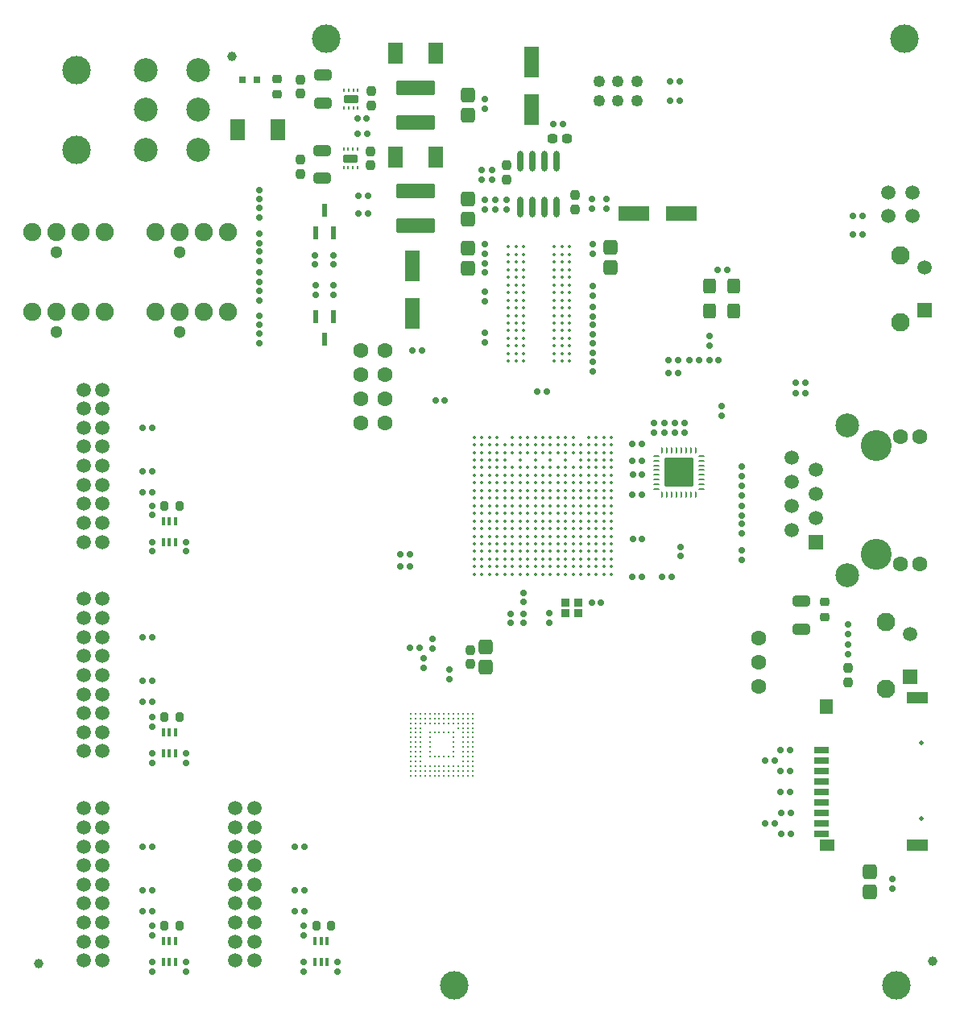
<source format=gbr>
G04*
G04 #@! TF.GenerationSoftware,Altium Limited,Altium Designer,24.2.2 (26)*
G04*
G04 Layer_Color=255*
%FSLAX44Y44*%
%MOMM*%
G71*
G04*
G04 #@! TF.SameCoordinates,D1F85D35-12B9-47B7-842E-F7ABDB1EEA32*
G04*
G04*
G04 #@! TF.FilePolarity,Positive*
G04*
G01*
G75*
%ADD20R,1.6000X3.2000*%
%ADD21R,3.2000X1.6000*%
G04:AMPARAMS|DCode=22|XSize=0.7mm|YSize=0.6mm|CornerRadius=0.15mm|HoleSize=0mm|Usage=FLASHONLY|Rotation=90.000|XOffset=0mm|YOffset=0mm|HoleType=Round|Shape=RoundedRectangle|*
%AMROUNDEDRECTD22*
21,1,0.7000,0.3000,0,0,90.0*
21,1,0.4000,0.6000,0,0,90.0*
1,1,0.3000,0.1500,0.2000*
1,1,0.3000,0.1500,-0.2000*
1,1,0.3000,-0.1500,-0.2000*
1,1,0.3000,-0.1500,0.2000*
%
%ADD22ROUNDEDRECTD22*%
%ADD23C,0.3556*%
G04:AMPARAMS|DCode=24|XSize=0.7mm|YSize=0.6mm|CornerRadius=0.15mm|HoleSize=0mm|Usage=FLASHONLY|Rotation=0.000|XOffset=0mm|YOffset=0mm|HoleType=Round|Shape=RoundedRectangle|*
%AMROUNDEDRECTD24*
21,1,0.7000,0.3000,0,0,0.0*
21,1,0.4000,0.6000,0,0,0.0*
1,1,0.3000,0.2000,-0.1500*
1,1,0.3000,-0.2000,-0.1500*
1,1,0.3000,-0.2000,0.1500*
1,1,0.3000,0.2000,0.1500*
%
%ADD24ROUNDEDRECTD24*%
G04:AMPARAMS|DCode=25|XSize=0.4mm|YSize=0.9mm|CornerRadius=0.1mm|HoleSize=0mm|Usage=FLASHONLY|Rotation=0.000|XOffset=0mm|YOffset=0mm|HoleType=Round|Shape=RoundedRectangle|*
%AMROUNDEDRECTD25*
21,1,0.4000,0.7000,0,0,0.0*
21,1,0.2000,0.9000,0,0,0.0*
1,1,0.2000,0.1000,-0.3500*
1,1,0.2000,-0.1000,-0.3500*
1,1,0.2000,-0.1000,0.3500*
1,1,0.2000,0.1000,0.3500*
%
%ADD25ROUNDEDRECTD25*%
%ADD26C,0.3500*%
G04:AMPARAMS|DCode=27|XSize=0.95mm|YSize=0.85mm|CornerRadius=0.2125mm|HoleSize=0mm|Usage=FLASHONLY|Rotation=90.000|XOffset=0mm|YOffset=0mm|HoleType=Round|Shape=RoundedRectangle|*
%AMROUNDEDRECTD27*
21,1,0.9500,0.4250,0,0,90.0*
21,1,0.5250,0.8500,0,0,90.0*
1,1,0.4250,0.2125,0.2625*
1,1,0.4250,0.2125,-0.2625*
1,1,0.4250,-0.2125,-0.2625*
1,1,0.4250,-0.2125,0.2625*
%
%ADD27ROUNDEDRECTD27*%
G04:AMPARAMS|DCode=28|XSize=0.95mm|YSize=1mm|CornerRadius=0.2375mm|HoleSize=0mm|Usage=FLASHONLY|Rotation=90.000|XOffset=0mm|YOffset=0mm|HoleType=Round|Shape=RoundedRectangle|*
%AMROUNDEDRECTD28*
21,1,0.9500,0.5250,0,0,90.0*
21,1,0.4750,1.0000,0,0,90.0*
1,1,0.4750,0.2625,0.2375*
1,1,0.4750,0.2625,-0.2375*
1,1,0.4750,-0.2625,-0.2375*
1,1,0.4750,-0.2625,0.2375*
%
%ADD28ROUNDEDRECTD28*%
%ADD29O,0.6000X2.2000*%
G04:AMPARAMS|DCode=30|XSize=0.95mm|YSize=1mm|CornerRadius=0.2375mm|HoleSize=0mm|Usage=FLASHONLY|Rotation=180.000|XOffset=0mm|YOffset=0mm|HoleType=Round|Shape=RoundedRectangle|*
%AMROUNDEDRECTD30*
21,1,0.9500,0.5250,0,0,180.0*
21,1,0.4750,1.0000,0,0,180.0*
1,1,0.4750,-0.2375,0.2625*
1,1,0.4750,0.2375,0.2625*
1,1,0.4750,0.2375,-0.2625*
1,1,0.4750,-0.2375,-0.2625*
%
%ADD30ROUNDEDRECTD30*%
G04:AMPARAMS|DCode=31|XSize=1.5mm|YSize=1.6mm|CornerRadius=0.375mm|HoleSize=0mm|Usage=FLASHONLY|Rotation=180.000|XOffset=0mm|YOffset=0mm|HoleType=Round|Shape=RoundedRectangle|*
%AMROUNDEDRECTD31*
21,1,1.5000,0.8500,0,0,180.0*
21,1,0.7500,1.6000,0,0,180.0*
1,1,0.7500,-0.3750,0.4250*
1,1,0.7500,0.3750,0.4250*
1,1,0.7500,0.3750,-0.4250*
1,1,0.7500,-0.3750,-0.4250*
%
%ADD31ROUNDEDRECTD31*%
G04:AMPARAMS|DCode=32|XSize=1.5mm|YSize=0.9mm|CornerRadius=0.1125mm|HoleSize=0mm|Usage=FLASHONLY|Rotation=180.000|XOffset=0mm|YOffset=0mm|HoleType=Round|Shape=RoundedRectangle|*
%AMROUNDEDRECTD32*
21,1,1.5000,0.6750,0,0,180.0*
21,1,1.2750,0.9000,0,0,180.0*
1,1,0.2250,-0.6375,0.3375*
1,1,0.2250,0.6375,0.3375*
1,1,0.2250,0.6375,-0.3375*
1,1,0.2250,-0.6375,-0.3375*
%
%ADD32ROUNDEDRECTD32*%
G04:AMPARAMS|DCode=33|XSize=0.25mm|YSize=0.4mm|CornerRadius=0.0625mm|HoleSize=0mm|Usage=FLASHONLY|Rotation=180.000|XOffset=0mm|YOffset=0mm|HoleType=Round|Shape=RoundedRectangle|*
%AMROUNDEDRECTD33*
21,1,0.2500,0.2750,0,0,180.0*
21,1,0.1250,0.4000,0,0,180.0*
1,1,0.1250,-0.0625,0.1375*
1,1,0.1250,0.0625,0.1375*
1,1,0.1250,0.0625,-0.1375*
1,1,0.1250,-0.0625,-0.1375*
%
%ADD33ROUNDEDRECTD33*%
G04:AMPARAMS|DCode=34|XSize=1.15mm|YSize=1.8mm|CornerRadius=0.2875mm|HoleSize=0mm|Usage=FLASHONLY|Rotation=90.000|XOffset=0mm|YOffset=0mm|HoleType=Round|Shape=RoundedRectangle|*
%AMROUNDEDRECTD34*
21,1,1.1500,1.2250,0,0,90.0*
21,1,0.5750,1.8000,0,0,90.0*
1,1,0.5750,0.6125,0.2875*
1,1,0.5750,0.6125,-0.2875*
1,1,0.5750,-0.6125,-0.2875*
1,1,0.5750,-0.6125,0.2875*
%
%ADD34ROUNDEDRECTD34*%
G04:AMPARAMS|DCode=35|XSize=0.95mm|YSize=0.85mm|CornerRadius=0.2125mm|HoleSize=0mm|Usage=FLASHONLY|Rotation=180.000|XOffset=0mm|YOffset=0mm|HoleType=Round|Shape=RoundedRectangle|*
%AMROUNDEDRECTD35*
21,1,0.9500,0.4250,0,0,180.0*
21,1,0.5250,0.8500,0,0,180.0*
1,1,0.4250,-0.2625,0.2125*
1,1,0.4250,0.2625,0.2125*
1,1,0.4250,0.2625,-0.2125*
1,1,0.4250,-0.2625,-0.2125*
%
%ADD35ROUNDEDRECTD35*%
G04:AMPARAMS|DCode=36|XSize=1.5mm|YSize=4mm|CornerRadius=0.075mm|HoleSize=0mm|Usage=FLASHONLY|Rotation=270.000|XOffset=0mm|YOffset=0mm|HoleType=Round|Shape=RoundedRectangle|*
%AMROUNDEDRECTD36*
21,1,1.5000,3.8500,0,0,270.0*
21,1,1.3500,4.0000,0,0,270.0*
1,1,0.1500,-1.9250,-0.6750*
1,1,0.1500,-1.9250,0.6750*
1,1,0.1500,1.9250,0.6750*
1,1,0.1500,1.9250,-0.6750*
%
%ADD36ROUNDEDRECTD36*%
%ADD37R,0.6000X1.3500*%
%ADD38R,1.6200X2.1800*%
%ADD39R,0.8000X0.8000*%
G04:AMPARAMS|DCode=40|XSize=1.4mm|YSize=1.6mm|CornerRadius=0.35mm|HoleSize=0mm|Usage=FLASHONLY|Rotation=180.000|XOffset=0mm|YOffset=0mm|HoleType=Round|Shape=RoundedRectangle|*
%AMROUNDEDRECTD40*
21,1,1.4000,0.9000,0,0,180.0*
21,1,0.7000,1.6000,0,0,180.0*
1,1,0.7000,-0.3500,0.4500*
1,1,0.7000,0.3500,0.4500*
1,1,0.7000,0.3500,-0.4500*
1,1,0.7000,-0.3500,-0.4500*
%
%ADD40ROUNDEDRECTD40*%
G04:AMPARAMS|DCode=41|XSize=0.24mm|YSize=0.7mm|CornerRadius=0.06mm|HoleSize=0mm|Usage=FLASHONLY|Rotation=0.000|XOffset=0mm|YOffset=0mm|HoleType=Round|Shape=RoundedRectangle|*
%AMROUNDEDRECTD41*
21,1,0.2400,0.5800,0,0,0.0*
21,1,0.1200,0.7000,0,0,0.0*
1,1,0.1200,0.0600,-0.2900*
1,1,0.1200,-0.0600,-0.2900*
1,1,0.1200,-0.0600,0.2900*
1,1,0.1200,0.0600,0.2900*
%
%ADD41ROUNDEDRECTD41*%
G04:AMPARAMS|DCode=42|XSize=0.24mm|YSize=0.7mm|CornerRadius=0.06mm|HoleSize=0mm|Usage=FLASHONLY|Rotation=90.000|XOffset=0mm|YOffset=0mm|HoleType=Round|Shape=RoundedRectangle|*
%AMROUNDEDRECTD42*
21,1,0.2400,0.5800,0,0,90.0*
21,1,0.1200,0.7000,0,0,90.0*
1,1,0.1200,0.2900,0.0600*
1,1,0.1200,0.2900,-0.0600*
1,1,0.1200,-0.2900,-0.0600*
1,1,0.1200,-0.2900,0.0600*
%
%ADD42ROUNDEDRECTD42*%
G04:AMPARAMS|DCode=43|XSize=3.1mm|YSize=3.1mm|CornerRadius=0.155mm|HoleSize=0mm|Usage=FLASHONLY|Rotation=270.000|XOffset=0mm|YOffset=0mm|HoleType=Round|Shape=RoundedRectangle|*
%AMROUNDEDRECTD43*
21,1,3.1000,2.7900,0,0,270.0*
21,1,2.7900,3.1000,0,0,270.0*
1,1,0.3100,-1.3950,-1.3950*
1,1,0.3100,-1.3950,1.3950*
1,1,0.3100,1.3950,1.3950*
1,1,0.3100,1.3950,-1.3950*
%
%ADD43ROUNDEDRECTD43*%
%ADD44R,1.4000X1.6000*%
%ADD45R,2.2000X1.2000*%
%ADD46R,1.6000X1.2000*%
%ADD47R,1.6000X0.7000*%
G04:AMPARAMS|DCode=48|XSize=0.9mm|YSize=0.8mm|CornerRadius=0.04mm|HoleSize=0mm|Usage=FLASHONLY|Rotation=0.000|XOffset=0mm|YOffset=0mm|HoleType=Round|Shape=RoundedRectangle|*
%AMROUNDEDRECTD48*
21,1,0.9000,0.7200,0,0,0.0*
21,1,0.8200,0.8000,0,0,0.0*
1,1,0.0800,0.4100,-0.3600*
1,1,0.0800,-0.4100,-0.3600*
1,1,0.0800,-0.4100,0.3600*
1,1,0.0800,0.4100,0.3600*
%
%ADD48ROUNDEDRECTD48*%
%ADD49C,0.2900*%
%ADD94C,1.0000*%
%ADD104C,1.9000*%
%ADD105C,1.3000*%
%ADD106C,3.0000*%
%ADD107C,1.2500*%
%ADD108C,1.9500*%
%ADD109C,1.5080*%
%ADD110R,1.5080X1.5080*%
%ADD111C,1.5000*%
%ADD112C,1.6000*%
%ADD113C,0.5000*%
%ADD114R,1.5000X1.5000*%
%ADD115C,2.5000*%
%ADD116C,3.2500*%
D20*
X548000Y1020000D02*
D03*
Y970000D02*
D03*
X423000Y756000D02*
D03*
Y806000D02*
D03*
D21*
X706000Y861000D02*
D03*
X656000D02*
D03*
D22*
X811000Y209000D02*
D03*
X821000D02*
D03*
X457000Y665000D02*
D03*
X581270Y954730D02*
D03*
X571270D02*
D03*
X375000Y961000D02*
D03*
X365000D02*
D03*
X375126Y945297D02*
D03*
X365126D02*
D03*
X366000Y880000D02*
D03*
X376000D02*
D03*
X886000Y838760D02*
D03*
X896000D02*
D03*
X886000Y858184D02*
D03*
X896000D02*
D03*
X734920Y707000D02*
D03*
X744920D02*
D03*
X714000Y707000D02*
D03*
X724000D02*
D03*
X702000D02*
D03*
X692000D02*
D03*
X702000Y693409D02*
D03*
X692000D02*
D03*
X654000Y619000D02*
D03*
X664000D02*
D03*
X654183Y601518D02*
D03*
X664183D02*
D03*
X664466Y586459D02*
D03*
X654466D02*
D03*
X654183Y566002D02*
D03*
X664183D02*
D03*
X695500Y479000D02*
D03*
X685500D02*
D03*
X826000Y672000D02*
D03*
X836000D02*
D03*
X826000Y683000D02*
D03*
X836000D02*
D03*
X621359Y451928D02*
D03*
X611359D02*
D03*
X423000Y717100D02*
D03*
X433000D02*
D03*
X420146Y404461D02*
D03*
X430146D02*
D03*
X554000Y674000D02*
D03*
X564000D02*
D03*
X447000Y665000D02*
D03*
X654000Y479000D02*
D03*
X664000D02*
D03*
X654466Y519000D02*
D03*
X664466D02*
D03*
X410000Y503000D02*
D03*
X420000D02*
D03*
X410000Y490000D02*
D03*
X420000D02*
D03*
X693908Y980037D02*
D03*
X703908D02*
D03*
X693908Y999882D02*
D03*
X703908D02*
D03*
X810000Y297000D02*
D03*
X820000D02*
D03*
X794000Y286000D02*
D03*
X804000D02*
D03*
X810000Y275000D02*
D03*
X820000D02*
D03*
X810000Y253000D02*
D03*
X820000D02*
D03*
X811000Y231000D02*
D03*
X821000D02*
D03*
X794000Y220000D02*
D03*
X804000D02*
D03*
X743700Y802000D02*
D03*
X753700D02*
D03*
X376000Y861000D02*
D03*
X366000D02*
D03*
X139000Y590000D02*
D03*
X149000D02*
D03*
X299000Y149993D02*
D03*
X309000D02*
D03*
X299000Y127993D02*
D03*
X309000D02*
D03*
Y195993D02*
D03*
X299000D02*
D03*
X139000Y568000D02*
D03*
X149000D02*
D03*
Y636000D02*
D03*
X139000D02*
D03*
Y149993D02*
D03*
X149000D02*
D03*
X139000Y127993D02*
D03*
X149000D02*
D03*
Y195993D02*
D03*
X139000D02*
D03*
Y370000D02*
D03*
X149000D02*
D03*
Y416000D02*
D03*
X139000D02*
D03*
Y348000D02*
D03*
X149000D02*
D03*
D23*
X616000Y482000D02*
D03*
X520000D02*
D03*
X528000D02*
D03*
X536000D02*
D03*
X552000Y610000D02*
D03*
X536000Y602000D02*
D03*
X568000Y618000D02*
D03*
X544000Y626000D02*
D03*
X616000Y618000D02*
D03*
X504000D02*
D03*
X632000Y610000D02*
D03*
X624000Y618000D02*
D03*
X608000D02*
D03*
X632000D02*
D03*
X624000Y626000D02*
D03*
X600000Y618000D02*
D03*
X608000Y610000D02*
D03*
X592000Y618000D02*
D03*
X496000D02*
D03*
X512000Y626000D02*
D03*
Y610000D02*
D03*
X520000Y618000D02*
D03*
X496000Y610000D02*
D03*
X512000Y618000D02*
D03*
X488000D02*
D03*
Y610000D02*
D03*
X552000Y618000D02*
D03*
X592000Y626000D02*
D03*
X560000Y610000D02*
D03*
X552000Y602000D02*
D03*
X584000Y610000D02*
D03*
X536000Y626000D02*
D03*
X528000Y610000D02*
D03*
X568000D02*
D03*
X576000Y618000D02*
D03*
Y626000D02*
D03*
X536000Y610000D02*
D03*
X600000D02*
D03*
X520000D02*
D03*
X584000Y602000D02*
D03*
X544000Y610000D02*
D03*
X592000D02*
D03*
X528000Y626000D02*
D03*
X536000Y618000D02*
D03*
X576000Y610000D02*
D03*
X544000Y618000D02*
D03*
X488000Y482000D02*
D03*
Y490000D02*
D03*
Y498000D02*
D03*
Y506000D02*
D03*
Y514000D02*
D03*
Y522000D02*
D03*
Y530000D02*
D03*
Y538000D02*
D03*
Y546000D02*
D03*
Y554000D02*
D03*
Y562000D02*
D03*
Y570000D02*
D03*
Y578000D02*
D03*
Y586000D02*
D03*
Y594000D02*
D03*
Y602000D02*
D03*
Y626000D02*
D03*
X496000Y482000D02*
D03*
Y490000D02*
D03*
Y498000D02*
D03*
Y506000D02*
D03*
Y514000D02*
D03*
Y522000D02*
D03*
Y530000D02*
D03*
Y538000D02*
D03*
Y546000D02*
D03*
Y554000D02*
D03*
Y562000D02*
D03*
Y570000D02*
D03*
Y578000D02*
D03*
Y586000D02*
D03*
Y594000D02*
D03*
Y602000D02*
D03*
Y626000D02*
D03*
X504000Y482000D02*
D03*
Y490000D02*
D03*
Y498000D02*
D03*
Y506000D02*
D03*
Y514000D02*
D03*
Y522000D02*
D03*
Y530000D02*
D03*
Y538000D02*
D03*
Y546000D02*
D03*
Y554000D02*
D03*
Y562000D02*
D03*
Y570000D02*
D03*
Y578000D02*
D03*
Y586000D02*
D03*
Y594000D02*
D03*
Y602000D02*
D03*
Y610000D02*
D03*
Y626000D02*
D03*
X512000Y482000D02*
D03*
Y490000D02*
D03*
Y498000D02*
D03*
Y506000D02*
D03*
Y514000D02*
D03*
Y522000D02*
D03*
Y530000D02*
D03*
Y538000D02*
D03*
Y546000D02*
D03*
Y554000D02*
D03*
Y562000D02*
D03*
Y570000D02*
D03*
Y578000D02*
D03*
Y586000D02*
D03*
Y594000D02*
D03*
Y602000D02*
D03*
X520000Y490000D02*
D03*
Y498000D02*
D03*
Y506000D02*
D03*
Y514000D02*
D03*
Y522000D02*
D03*
Y530000D02*
D03*
Y538000D02*
D03*
Y546000D02*
D03*
Y554000D02*
D03*
Y562000D02*
D03*
Y570000D02*
D03*
Y578000D02*
D03*
Y586000D02*
D03*
Y594000D02*
D03*
Y602000D02*
D03*
X528000Y490000D02*
D03*
Y498000D02*
D03*
Y506000D02*
D03*
Y514000D02*
D03*
Y522000D02*
D03*
Y530000D02*
D03*
Y538000D02*
D03*
Y546000D02*
D03*
Y554000D02*
D03*
Y562000D02*
D03*
Y570000D02*
D03*
Y578000D02*
D03*
Y586000D02*
D03*
Y594000D02*
D03*
Y618000D02*
D03*
X536000Y490000D02*
D03*
Y498000D02*
D03*
Y506000D02*
D03*
Y514000D02*
D03*
Y522000D02*
D03*
Y530000D02*
D03*
Y538000D02*
D03*
Y546000D02*
D03*
Y554000D02*
D03*
Y562000D02*
D03*
Y570000D02*
D03*
Y578000D02*
D03*
Y586000D02*
D03*
Y594000D02*
D03*
X544000Y482000D02*
D03*
Y490000D02*
D03*
Y498000D02*
D03*
Y506000D02*
D03*
Y514000D02*
D03*
Y522000D02*
D03*
Y530000D02*
D03*
Y538000D02*
D03*
Y546000D02*
D03*
Y554000D02*
D03*
Y562000D02*
D03*
Y570000D02*
D03*
Y578000D02*
D03*
Y586000D02*
D03*
Y594000D02*
D03*
X552000Y482000D02*
D03*
Y490000D02*
D03*
Y498000D02*
D03*
Y506000D02*
D03*
Y514000D02*
D03*
Y522000D02*
D03*
Y530000D02*
D03*
Y538000D02*
D03*
Y546000D02*
D03*
Y554000D02*
D03*
Y562000D02*
D03*
Y570000D02*
D03*
Y578000D02*
D03*
Y586000D02*
D03*
Y594000D02*
D03*
Y626000D02*
D03*
X560000Y482000D02*
D03*
Y490000D02*
D03*
Y498000D02*
D03*
Y506000D02*
D03*
Y514000D02*
D03*
Y522000D02*
D03*
Y530000D02*
D03*
Y538000D02*
D03*
Y546000D02*
D03*
Y554000D02*
D03*
Y562000D02*
D03*
Y570000D02*
D03*
Y578000D02*
D03*
Y586000D02*
D03*
Y594000D02*
D03*
Y618000D02*
D03*
Y626000D02*
D03*
X568000Y482000D02*
D03*
Y490000D02*
D03*
Y498000D02*
D03*
Y506000D02*
D03*
Y514000D02*
D03*
Y522000D02*
D03*
Y530000D02*
D03*
Y538000D02*
D03*
Y546000D02*
D03*
Y554000D02*
D03*
Y562000D02*
D03*
Y570000D02*
D03*
Y578000D02*
D03*
Y586000D02*
D03*
Y594000D02*
D03*
Y602000D02*
D03*
Y626000D02*
D03*
X576000Y482000D02*
D03*
Y490000D02*
D03*
Y498000D02*
D03*
Y506000D02*
D03*
Y514000D02*
D03*
Y522000D02*
D03*
Y530000D02*
D03*
Y538000D02*
D03*
Y546000D02*
D03*
Y554000D02*
D03*
Y562000D02*
D03*
Y570000D02*
D03*
Y578000D02*
D03*
Y586000D02*
D03*
Y594000D02*
D03*
X584000Y482000D02*
D03*
Y490000D02*
D03*
Y498000D02*
D03*
Y506000D02*
D03*
Y514000D02*
D03*
Y522000D02*
D03*
Y530000D02*
D03*
Y538000D02*
D03*
Y546000D02*
D03*
Y554000D02*
D03*
Y562000D02*
D03*
Y570000D02*
D03*
Y578000D02*
D03*
Y586000D02*
D03*
Y594000D02*
D03*
Y618000D02*
D03*
Y626000D02*
D03*
X592000Y482000D02*
D03*
Y490000D02*
D03*
Y498000D02*
D03*
Y506000D02*
D03*
Y514000D02*
D03*
Y522000D02*
D03*
Y530000D02*
D03*
Y538000D02*
D03*
Y546000D02*
D03*
Y554000D02*
D03*
Y562000D02*
D03*
Y570000D02*
D03*
Y578000D02*
D03*
Y586000D02*
D03*
Y594000D02*
D03*
X600000Y482000D02*
D03*
Y490000D02*
D03*
Y498000D02*
D03*
Y506000D02*
D03*
Y514000D02*
D03*
Y522000D02*
D03*
Y530000D02*
D03*
Y538000D02*
D03*
Y546000D02*
D03*
Y554000D02*
D03*
Y562000D02*
D03*
Y570000D02*
D03*
Y578000D02*
D03*
Y586000D02*
D03*
Y594000D02*
D03*
Y602000D02*
D03*
X608000Y482000D02*
D03*
Y490000D02*
D03*
Y498000D02*
D03*
Y506000D02*
D03*
Y514000D02*
D03*
Y522000D02*
D03*
Y530000D02*
D03*
Y538000D02*
D03*
Y546000D02*
D03*
Y554000D02*
D03*
Y562000D02*
D03*
Y570000D02*
D03*
Y578000D02*
D03*
Y586000D02*
D03*
Y594000D02*
D03*
Y602000D02*
D03*
Y626000D02*
D03*
X616000Y490000D02*
D03*
Y498000D02*
D03*
Y506000D02*
D03*
Y514000D02*
D03*
Y522000D02*
D03*
Y530000D02*
D03*
Y538000D02*
D03*
Y546000D02*
D03*
Y554000D02*
D03*
Y562000D02*
D03*
Y570000D02*
D03*
Y578000D02*
D03*
Y586000D02*
D03*
Y594000D02*
D03*
Y602000D02*
D03*
Y610000D02*
D03*
Y626000D02*
D03*
X624000Y482000D02*
D03*
Y490000D02*
D03*
Y498000D02*
D03*
Y506000D02*
D03*
Y514000D02*
D03*
Y522000D02*
D03*
Y530000D02*
D03*
Y538000D02*
D03*
Y546000D02*
D03*
Y554000D02*
D03*
Y562000D02*
D03*
Y570000D02*
D03*
Y578000D02*
D03*
Y586000D02*
D03*
Y594000D02*
D03*
Y602000D02*
D03*
Y610000D02*
D03*
X632000Y482000D02*
D03*
Y490000D02*
D03*
Y498000D02*
D03*
Y506000D02*
D03*
Y514000D02*
D03*
Y522000D02*
D03*
Y530000D02*
D03*
Y538000D02*
D03*
Y546000D02*
D03*
Y554000D02*
D03*
Y562000D02*
D03*
Y570000D02*
D03*
Y578000D02*
D03*
Y586000D02*
D03*
Y594000D02*
D03*
Y602000D02*
D03*
Y626000D02*
D03*
D24*
X344500Y74426D02*
D03*
X185000Y516091D02*
D03*
X185000Y294000D02*
D03*
X185000Y74426D02*
D03*
X149000Y506091D02*
D03*
Y516091D02*
D03*
Y544091D02*
D03*
Y554091D02*
D03*
X185000Y506091D02*
D03*
X308500Y64426D02*
D03*
Y74426D02*
D03*
Y102426D02*
D03*
Y112426D02*
D03*
X344500Y64426D02*
D03*
X149000Y284000D02*
D03*
Y294000D02*
D03*
Y322000D02*
D03*
Y332000D02*
D03*
X185000Y284000D02*
D03*
X149000Y102426D02*
D03*
Y112426D02*
D03*
X185000Y64426D02*
D03*
X149000D02*
D03*
Y74426D02*
D03*
X611976Y876197D02*
D03*
Y866197D02*
D03*
X510278Y865489D02*
D03*
Y875489D02*
D03*
X612763Y828834D02*
D03*
Y818834D02*
D03*
X612911Y775049D02*
D03*
Y785049D02*
D03*
X612752Y744260D02*
D03*
Y734260D02*
D03*
X499000Y981000D02*
D03*
Y971000D02*
D03*
Y875489D02*
D03*
Y865489D02*
D03*
X340000Y817430D02*
D03*
Y807430D02*
D03*
X320500Y807430D02*
D03*
Y817430D02*
D03*
X340000Y776000D02*
D03*
Y786000D02*
D03*
X321000Y786000D02*
D03*
Y776000D02*
D03*
X262000Y876000D02*
D03*
Y886000D02*
D03*
Y857000D02*
D03*
Y867000D02*
D03*
Y840000D02*
D03*
Y830000D02*
D03*
Y821000D02*
D03*
Y811000D02*
D03*
Y789000D02*
D03*
Y799000D02*
D03*
Y770000D02*
D03*
Y780000D02*
D03*
Y754000D02*
D03*
Y744000D02*
D03*
Y735000D02*
D03*
Y725000D02*
D03*
X881000Y408000D02*
D03*
Y398000D02*
D03*
Y419000D02*
D03*
Y429000D02*
D03*
X735000Y732000D02*
D03*
Y722000D02*
D03*
X748000Y649000D02*
D03*
Y659000D02*
D03*
X927060Y162000D02*
D03*
Y152000D02*
D03*
X462000Y372000D02*
D03*
Y382000D02*
D03*
X444000Y414000D02*
D03*
Y404000D02*
D03*
X435000Y394000D02*
D03*
Y384000D02*
D03*
X499000Y799000D02*
D03*
Y809000D02*
D03*
X612847Y753052D02*
D03*
Y763052D02*
D03*
X499000Y769000D02*
D03*
Y779000D02*
D03*
X612686Y724866D02*
D03*
Y714866D02*
D03*
X499000Y726000D02*
D03*
Y736000D02*
D03*
X612771Y705051D02*
D03*
Y695051D02*
D03*
X499091Y828867D02*
D03*
Y818867D02*
D03*
X526000Y430639D02*
D03*
Y440639D02*
D03*
X769000Y497000D02*
D03*
Y507000D02*
D03*
X709000Y641000D02*
D03*
Y631000D02*
D03*
X699000Y641000D02*
D03*
Y631000D02*
D03*
X688000D02*
D03*
Y641000D02*
D03*
X677000Y631000D02*
D03*
Y641000D02*
D03*
X705000Y501000D02*
D03*
Y511000D02*
D03*
X769000Y595000D02*
D03*
Y585000D02*
D03*
Y565000D02*
D03*
Y575000D02*
D03*
Y554000D02*
D03*
Y544000D02*
D03*
Y525000D02*
D03*
Y535000D02*
D03*
X540000Y452721D02*
D03*
Y462721D02*
D03*
Y430639D02*
D03*
Y440639D02*
D03*
X567124Y431000D02*
D03*
Y441000D02*
D03*
X495560Y906442D02*
D03*
Y896442D02*
D03*
X521689Y875489D02*
D03*
Y865489D02*
D03*
X506855Y906442D02*
D03*
Y896442D02*
D03*
X627000Y876197D02*
D03*
Y866197D02*
D03*
D25*
X333500Y74426D02*
D03*
X174000Y516091D02*
D03*
X174000Y294000D02*
D03*
X174000Y74426D02*
D03*
X327000Y96426D02*
D03*
X167500Y538091D02*
D03*
X167500Y316000D02*
D03*
X167500Y96426D02*
D03*
X161000Y538091D02*
D03*
X174000D02*
D03*
X167500Y516091D02*
D03*
X161000D02*
D03*
X320500Y96426D02*
D03*
X333500D02*
D03*
X327000Y74426D02*
D03*
X320500D02*
D03*
X161000Y316000D02*
D03*
X174000D02*
D03*
X167500Y294000D02*
D03*
X161000D02*
D03*
X161000Y96426D02*
D03*
X174000D02*
D03*
X167500Y74426D02*
D03*
X161000D02*
D03*
D26*
X540000Y746000D02*
D03*
X532000Y706000D02*
D03*
X540000Y762000D02*
D03*
X524000Y754000D02*
D03*
X540000Y802000D02*
D03*
X572000Y794000D02*
D03*
X540000Y826000D02*
D03*
X580000Y818000D02*
D03*
X532000Y826000D02*
D03*
X572000D02*
D03*
X532000Y810000D02*
D03*
X580000D02*
D03*
X540000D02*
D03*
X572000Y802000D02*
D03*
Y770000D02*
D03*
X532000Y778000D02*
D03*
X580000Y770000D02*
D03*
X540000D02*
D03*
X580000Y786000D02*
D03*
X532000D02*
D03*
X572000D02*
D03*
X540000Y794000D02*
D03*
X532000Y746000D02*
D03*
X588000Y754000D02*
D03*
X540000D02*
D03*
Y738000D02*
D03*
X580000Y730000D02*
D03*
X532000Y738000D02*
D03*
X540000Y706000D02*
D03*
X572000Y730000D02*
D03*
Y714000D02*
D03*
Y746000D02*
D03*
X540000Y714000D02*
D03*
X580000Y706000D02*
D03*
X532000Y714000D02*
D03*
X580000D02*
D03*
X532000Y722000D02*
D03*
X580000D02*
D03*
X532000Y730000D02*
D03*
X540000Y722000D02*
D03*
X572000D02*
D03*
X540000Y730000D02*
D03*
X524000Y826000D02*
D03*
X580000D02*
D03*
X588000D02*
D03*
X524000Y818000D02*
D03*
X532000D02*
D03*
X540000D02*
D03*
X572000D02*
D03*
X588000D02*
D03*
X524000Y810000D02*
D03*
X572000D02*
D03*
X588000D02*
D03*
X524000Y802000D02*
D03*
X532000D02*
D03*
X580000D02*
D03*
X588000D02*
D03*
X524000Y794000D02*
D03*
X532000D02*
D03*
X580000D02*
D03*
X588000D02*
D03*
X524000Y786000D02*
D03*
X540000D02*
D03*
X588000D02*
D03*
X524000Y778000D02*
D03*
X540000D02*
D03*
X572000D02*
D03*
X580000D02*
D03*
X588000D02*
D03*
X524000Y770000D02*
D03*
X532000D02*
D03*
X588000D02*
D03*
X524000Y762000D02*
D03*
X532000D02*
D03*
X572000D02*
D03*
X580000D02*
D03*
X588000D02*
D03*
X532000Y754000D02*
D03*
X572000D02*
D03*
X580000D02*
D03*
X524000Y746000D02*
D03*
X580000D02*
D03*
X588000D02*
D03*
X524000Y738000D02*
D03*
X572000D02*
D03*
X580000D02*
D03*
X588000D02*
D03*
X524000Y730000D02*
D03*
X588000D02*
D03*
X524000Y722000D02*
D03*
X588000D02*
D03*
X524000Y714000D02*
D03*
X588000D02*
D03*
X524000Y706000D02*
D03*
X572000D02*
D03*
X588000D02*
D03*
D27*
X337250Y112426D02*
D03*
X177750Y554091D02*
D03*
X177750Y332000D02*
D03*
X177750Y112426D02*
D03*
X162250Y554091D02*
D03*
X321750Y112426D02*
D03*
X162250Y332000D02*
D03*
X162250Y112426D02*
D03*
D28*
X570270Y939730D02*
D03*
X585270D02*
D03*
D29*
X536450Y868000D02*
D03*
X549150D02*
D03*
X561850D02*
D03*
X574550D02*
D03*
X536450Y916000D02*
D03*
X549150D02*
D03*
X561850D02*
D03*
X574550D02*
D03*
D30*
X521560Y896500D02*
D03*
Y911500D02*
D03*
X594000Y880489D02*
D03*
Y865489D02*
D03*
X380000Y974500D02*
D03*
Y989500D02*
D03*
X305000Y1002000D02*
D03*
Y987000D02*
D03*
Y902500D02*
D03*
Y917500D02*
D03*
X881000Y368500D02*
D03*
Y383500D02*
D03*
X484000Y402500D02*
D03*
Y387500D02*
D03*
X379000Y911500D02*
D03*
Y926500D02*
D03*
D31*
X481000Y964500D02*
D03*
Y985500D02*
D03*
Y855500D02*
D03*
Y876500D02*
D03*
X904000Y148500D02*
D03*
Y169500D02*
D03*
X500000Y384500D02*
D03*
Y405500D02*
D03*
X631372Y825247D02*
D03*
Y804247D02*
D03*
X481000Y803500D02*
D03*
Y824500D02*
D03*
D32*
X358152Y981383D02*
D03*
X358000Y919000D02*
D03*
D33*
X365652Y990883D02*
D03*
Y971883D02*
D03*
X360652D02*
D03*
X355652D02*
D03*
X350652D02*
D03*
Y990883D02*
D03*
X355652D02*
D03*
X360652D02*
D03*
X365500Y928500D02*
D03*
Y909500D02*
D03*
X360500D02*
D03*
X355500D02*
D03*
X350500D02*
D03*
Y928500D02*
D03*
X355500D02*
D03*
X360500D02*
D03*
D34*
X329000Y977500D02*
D03*
Y1006500D02*
D03*
X328000Y927500D02*
D03*
Y898500D02*
D03*
X832000Y424500D02*
D03*
Y453500D02*
D03*
D35*
X280976Y1002250D02*
D03*
Y986750D02*
D03*
X856000Y452750D02*
D03*
Y437250D02*
D03*
D36*
X426000Y957000D02*
D03*
Y993000D02*
D03*
X425953Y884623D02*
D03*
Y848624D02*
D03*
D37*
X330500Y729000D02*
D03*
X321000Y753000D02*
D03*
X340000D02*
D03*
X330500Y864430D02*
D03*
X340000Y840430D02*
D03*
X321000D02*
D03*
D38*
X238900Y949000D02*
D03*
X281100D02*
D03*
X447125Y1029378D02*
D03*
X404925D02*
D03*
X447100Y920000D02*
D03*
X404900D02*
D03*
D39*
X259499Y1001999D02*
D03*
X244499D02*
D03*
D40*
X735000Y785000D02*
D03*
X760400Y759000D02*
D03*
X735000D02*
D03*
X760400Y785000D02*
D03*
D41*
X720500Y612500D02*
D03*
X690500Y565500D02*
D03*
Y612500D02*
D03*
X685500Y565500D02*
D03*
Y612500D02*
D03*
X715500Y565500D02*
D03*
X710500D02*
D03*
Y612500D02*
D03*
X720500Y565500D02*
D03*
X715500Y612500D02*
D03*
X700500D02*
D03*
X695500D02*
D03*
Y565500D02*
D03*
X705500D02*
D03*
Y612500D02*
D03*
X700500Y565500D02*
D03*
D42*
X679500Y571500D02*
D03*
Y576500D02*
D03*
Y581500D02*
D03*
Y586500D02*
D03*
Y601500D02*
D03*
Y596500D02*
D03*
Y591500D02*
D03*
Y606500D02*
D03*
X726500Y601500D02*
D03*
Y586500D02*
D03*
Y591500D02*
D03*
Y596500D02*
D03*
Y581500D02*
D03*
Y606500D02*
D03*
Y571500D02*
D03*
Y576500D02*
D03*
D43*
X703000Y589000D02*
D03*
D44*
X858000Y343000D02*
D03*
D45*
X954000Y352000D02*
D03*
Y197000D02*
D03*
D46*
X859000D02*
D03*
D47*
X853000Y209000D02*
D03*
Y220000D02*
D03*
Y231000D02*
D03*
Y242000D02*
D03*
Y253000D02*
D03*
Y264000D02*
D03*
Y275000D02*
D03*
Y286000D02*
D03*
Y297000D02*
D03*
D48*
X583359Y451861D02*
D03*
X597359D02*
D03*
Y440861D02*
D03*
X583359D02*
D03*
D49*
X421146Y270461D02*
D03*
Y275461D02*
D03*
Y280461D02*
D03*
Y285461D02*
D03*
Y290461D02*
D03*
Y295461D02*
D03*
Y300461D02*
D03*
Y305461D02*
D03*
Y310461D02*
D03*
Y315461D02*
D03*
Y320461D02*
D03*
Y325461D02*
D03*
Y330461D02*
D03*
Y335461D02*
D03*
X426146Y270461D02*
D03*
Y275461D02*
D03*
Y280461D02*
D03*
Y285461D02*
D03*
Y290461D02*
D03*
Y295461D02*
D03*
Y300461D02*
D03*
Y305461D02*
D03*
Y310461D02*
D03*
Y315461D02*
D03*
Y320461D02*
D03*
Y325461D02*
D03*
Y330461D02*
D03*
Y335461D02*
D03*
X431146Y270461D02*
D03*
Y275461D02*
D03*
Y280461D02*
D03*
Y285461D02*
D03*
Y290461D02*
D03*
Y295461D02*
D03*
Y300461D02*
D03*
Y305461D02*
D03*
Y310461D02*
D03*
Y315461D02*
D03*
Y320461D02*
D03*
Y325461D02*
D03*
Y330461D02*
D03*
Y335461D02*
D03*
X436146Y270461D02*
D03*
Y275461D02*
D03*
Y280461D02*
D03*
Y325461D02*
D03*
Y330461D02*
D03*
Y335461D02*
D03*
X441146Y270461D02*
D03*
Y275461D02*
D03*
Y280461D02*
D03*
Y290461D02*
D03*
Y295461D02*
D03*
Y300461D02*
D03*
Y305461D02*
D03*
Y310461D02*
D03*
Y315461D02*
D03*
Y325461D02*
D03*
Y330461D02*
D03*
Y335461D02*
D03*
X446146Y270461D02*
D03*
Y275461D02*
D03*
Y280461D02*
D03*
Y290461D02*
D03*
Y315461D02*
D03*
Y325461D02*
D03*
Y330461D02*
D03*
Y335461D02*
D03*
X451146Y270461D02*
D03*
Y275461D02*
D03*
Y280461D02*
D03*
Y290461D02*
D03*
Y315461D02*
D03*
Y325461D02*
D03*
Y330461D02*
D03*
Y335461D02*
D03*
X456146Y270461D02*
D03*
Y275461D02*
D03*
Y280461D02*
D03*
Y290461D02*
D03*
Y315461D02*
D03*
Y325461D02*
D03*
Y330461D02*
D03*
Y335461D02*
D03*
X461146Y270461D02*
D03*
Y275461D02*
D03*
Y280461D02*
D03*
Y290461D02*
D03*
Y315461D02*
D03*
Y325461D02*
D03*
Y330461D02*
D03*
Y335461D02*
D03*
X466146Y270461D02*
D03*
Y275461D02*
D03*
Y280461D02*
D03*
Y290461D02*
D03*
Y295461D02*
D03*
Y300461D02*
D03*
Y305461D02*
D03*
Y310461D02*
D03*
Y315461D02*
D03*
Y325461D02*
D03*
Y330461D02*
D03*
Y335461D02*
D03*
X471146Y270461D02*
D03*
Y275461D02*
D03*
Y280461D02*
D03*
Y320461D02*
D03*
Y325461D02*
D03*
Y330461D02*
D03*
Y335461D02*
D03*
X476146Y270461D02*
D03*
Y275461D02*
D03*
Y280461D02*
D03*
Y285461D02*
D03*
Y290461D02*
D03*
Y295461D02*
D03*
Y300461D02*
D03*
Y305461D02*
D03*
Y310461D02*
D03*
Y315461D02*
D03*
Y320461D02*
D03*
Y325461D02*
D03*
Y330461D02*
D03*
Y335461D02*
D03*
X481146Y270461D02*
D03*
Y275461D02*
D03*
Y280461D02*
D03*
Y285461D02*
D03*
Y290461D02*
D03*
Y295461D02*
D03*
Y300461D02*
D03*
Y305461D02*
D03*
Y310461D02*
D03*
Y315461D02*
D03*
Y320461D02*
D03*
Y325461D02*
D03*
Y330461D02*
D03*
Y335461D02*
D03*
X486146Y270461D02*
D03*
Y275461D02*
D03*
Y280461D02*
D03*
Y285461D02*
D03*
Y290461D02*
D03*
Y295461D02*
D03*
Y300461D02*
D03*
Y305461D02*
D03*
Y310461D02*
D03*
Y315461D02*
D03*
Y320461D02*
D03*
Y325461D02*
D03*
Y330461D02*
D03*
Y335461D02*
D03*
D94*
X233000Y1026000D02*
D03*
X970000Y75000D02*
D03*
X30000Y73000D02*
D03*
D104*
X22900Y842000D02*
D03*
X48300D02*
D03*
X73700D02*
D03*
X99100D02*
D03*
X22900Y758000D02*
D03*
X48300D02*
D03*
X73700D02*
D03*
X99100D02*
D03*
X152600Y842000D02*
D03*
X178000D02*
D03*
X203400D02*
D03*
X228800D02*
D03*
X152600Y758000D02*
D03*
X178000D02*
D03*
X203400D02*
D03*
X228800D02*
D03*
D105*
X48300Y820400D02*
D03*
Y736400D02*
D03*
X178000Y820400D02*
D03*
Y736400D02*
D03*
D106*
X332000Y1045000D02*
D03*
X940000D02*
D03*
X932000Y50000D02*
D03*
X467000D02*
D03*
X70000Y927999D02*
D03*
Y1011998D02*
D03*
D107*
X659000Y980000D02*
D03*
Y1000000D02*
D03*
X639000Y980000D02*
D03*
Y1000000D02*
D03*
X619000Y980000D02*
D03*
Y1000000D02*
D03*
D108*
X921000Y432000D02*
D03*
Y362000D02*
D03*
X936000Y747000D02*
D03*
Y817000D02*
D03*
D109*
X946000Y419500D02*
D03*
X961000Y804500D02*
D03*
D110*
X946000Y374500D02*
D03*
X961000Y759500D02*
D03*
D111*
X923218Y858184D02*
D03*
X948218D02*
D03*
X923218Y883184D02*
D03*
X948218D02*
D03*
X257000Y236053D02*
D03*
X237000D02*
D03*
X257000Y216053D02*
D03*
X237000D02*
D03*
X257000Y196053D02*
D03*
X237000D02*
D03*
X257000Y176053D02*
D03*
X237000D02*
D03*
X257000Y156053D02*
D03*
X237000D02*
D03*
X257000Y136053D02*
D03*
X237000D02*
D03*
X257000Y116053D02*
D03*
X237000D02*
D03*
X257000Y96053D02*
D03*
X237000D02*
D03*
X257000Y76053D02*
D03*
X237000D02*
D03*
X97000Y676060D02*
D03*
X77000D02*
D03*
X97000Y656060D02*
D03*
X77000D02*
D03*
X97000Y636060D02*
D03*
X77000D02*
D03*
X97000Y616060D02*
D03*
X77000D02*
D03*
X97000Y596060D02*
D03*
X77000D02*
D03*
X97000Y576060D02*
D03*
X77000D02*
D03*
X97000Y556060D02*
D03*
X77000D02*
D03*
X97000Y536060D02*
D03*
X77000D02*
D03*
X97000Y516060D02*
D03*
X77000D02*
D03*
X97000Y236053D02*
D03*
X77000D02*
D03*
X97000Y216053D02*
D03*
X77000D02*
D03*
X97000Y196053D02*
D03*
X77000D02*
D03*
X97000Y176053D02*
D03*
X77000D02*
D03*
X97000Y156053D02*
D03*
X77000D02*
D03*
X97000Y136053D02*
D03*
X77000D02*
D03*
X97000Y116053D02*
D03*
X77000D02*
D03*
X97000Y96053D02*
D03*
X77000D02*
D03*
X97000Y76053D02*
D03*
X77000D02*
D03*
X97000Y456060D02*
D03*
X77000D02*
D03*
X97000Y436060D02*
D03*
X77000D02*
D03*
X97000Y416060D02*
D03*
X77000D02*
D03*
X97000Y396060D02*
D03*
X77000D02*
D03*
X97000Y376060D02*
D03*
X77000D02*
D03*
X97000Y356060D02*
D03*
X77000D02*
D03*
X97000Y336060D02*
D03*
X77000D02*
D03*
X97000Y316060D02*
D03*
X77000D02*
D03*
X97000Y296060D02*
D03*
X77000D02*
D03*
X821400Y604200D02*
D03*
X846800Y591500D02*
D03*
X821400Y528000D02*
D03*
Y553400D02*
D03*
Y578800D02*
D03*
X846800Y540700D02*
D03*
Y566100D02*
D03*
D112*
X368300Y717100D02*
D03*
X393700D02*
D03*
X368300Y691700D02*
D03*
X393700D02*
D03*
X368300Y666300D02*
D03*
X393700Y640900D02*
D03*
X368300D02*
D03*
X393700Y666300D02*
D03*
X787000Y364200D02*
D03*
Y389600D02*
D03*
Y415000D02*
D03*
X956000Y627000D02*
D03*
X935700Y492500D02*
D03*
Y627000D02*
D03*
X956000Y492500D02*
D03*
D113*
X958000Y305000D02*
D03*
Y225000D02*
D03*
D114*
X846800Y515300D02*
D03*
D115*
X879800Y638500D02*
D03*
Y481000D02*
D03*
X143000Y927998D02*
D03*
X198000D02*
D03*
Y969998D02*
D03*
X143000D02*
D03*
X198000Y1011998D02*
D03*
X143000D02*
D03*
D116*
X910300Y616900D02*
D03*
Y502600D02*
D03*
M02*

</source>
